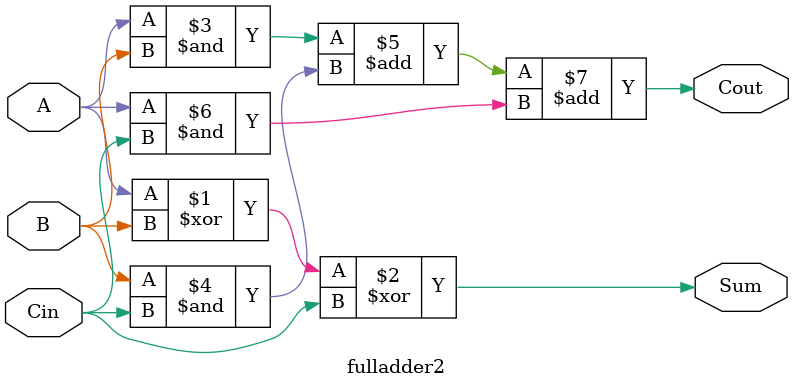
<source format=v>
module fulladder2( 
 	input  A, B, Cin,  	
	output Sum, Cout); 
	
	assign Sum = A ^ B ^ Cin;
	assign Cout = (A & B) + (B & Cin) + (A & Cin);

endmodule

</source>
